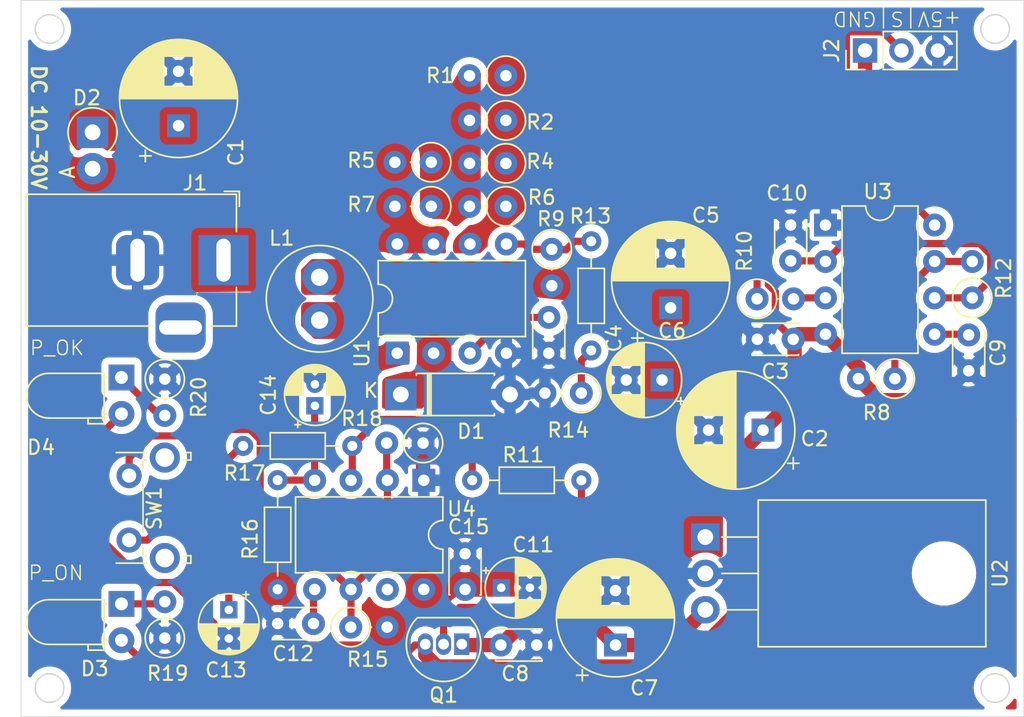
<source format=kicad_pcb>
(kicad_pcb (version 20240108) (generator "pcbnew") (generator_version "8.0")
  (layers (0 "F.Cu" signal) (31 "B.Cu" signal) (34 "B.Paste" user) (35 "F.Paste" user) (36 "B.SilkS" user "B.Silkscreen") (37 "F.SilkS" user "F.Silkscreen") (38 "B.Mask" user) (39 "F.Mask" user) (44 "Edge.Cuts" user))
  (net 0 "")
  (net 1 "Net-(D2-K)")
  (net 2 "GND")
  (net 3 "+5V")
  (net 4 "Net-(U1-TC)")
  (net 5 "+8V")
  (net 6 "Net-(U3-CV)")
  (net 7 "Net-(U3-THR)")
  (net 8 "Net-(U4-CV)")
  (net 9 "Net-(C13-Pad1)")
  (net 10 "Net-(U4-R)")
  (net 11 "Net-(D1-K)")
  (net 12 "+Vin")
  (net 13 "Net-(D3-K)")
  (net 14 "Net-(D4-K)")
  (net 16 "Net-(Q1-B)")
  (net 17 "Net-(R1-Pad2)")
  (net 18 "Net-(U1-DC)")
  (net 19 "Net-(U3-DIS)")
  (net 20 "Net-(U1-Vfb)")
  (net 21 "Net-(U3-Q)")
  (net 22 "Net-(U4-Q)")
  (net 23 "Net-(R13-Pad2)")
  (net 24 "Net-(U4-THR)")
  (net 26 "gen")
  (net 27 "Net-(Q1-C)")
  (footprint "Resistor_THT:R_Axial_DIN0204_L3.6mm_D1.6mm_P7.62mm_Horizontal" (layer "F.Cu") (at 72.62 69 180)
    (property "Reference" "R11" (at 4.06 1.775 0) (layer "F.SilkS"))
    (property "Value" "1k")
    (pad "1" thru_hole circle (at 0 0 180) (size 1.4 1.4) (drill 0.7) (layers "*.Cu" "*.Mask") (net 16 "Net-(Q1-B)"))
    (pad "2" thru_hole oval (at 7.62 0 180) (size 1.4 1.4) (drill 0.7) (layers "*.Cu" "*.Mask") (net 22 "Net-(U4-Q)"))
  )
  (footprint "Package_TO_SOT_THT:TO-220-3_Horizontal_TabDown" (layer "F.Cu") (at 81.27 72.96 -90)
    (property "Reference" "U2" (at 2.54 -20.58 -90) (layer "F.SilkS"))
    (property "Value" "LM7805_TO220")
    (pad "" np_thru_hole oval (at 2.54 -16.66 270) (size 3.5 3.5) (drill 3.5) (layers "*.Cu" "*.Mask"))
    (pad "1" thru_hole rect (at 0 0 270) (size 1.905 2) (drill 1.1) (layers "*.Cu" "*.Mask") (net 5 "+8V"))
    (pad "2" thru_hole oval (at 2.54 0 270) (size 1.905 2) (drill 1.1) (layers "*.Cu" "*.Mask") (net 2 "GND"))
    (pad "3" thru_hole oval (at 5.08 0 270) (size 1.905 2) (drill 1.1) (layers "*.Cu" "*.Mask") (net 27 "Net-(Q1-C)"))
  )
  (footprint "Resistor_THT:R_Axial_DIN0207_L6.3mm_D2.5mm_P2.54mm_Vertical" (layer "F.Cu") (at 62.14 46.8 180)
    (property "Reference" "R5" (at 4.89 0.1275 0) (layer "F.SilkS"))
    (property "Value" "1R")
    (pad "1" thru_hole circle (at 0 0 180) (size 1.6 1.6) (drill 0.8) (layers "*.Cu" "*.Mask") (net 17 "Net-(R1-Pad2)"))
    (pad "2" thru_hole oval (at 2.54 0 180) (size 1.6 1.6) (drill 0.8) (layers "*.Cu" "*.Mask") (net 18 "Net-(U1-DC)"))
  )
  (footprint "Capacitor_THT:CP_Radial_D8.0mm_P3.80mm" (layer "F.Cu") (at 78.85 56.96 90)
    (property "Reference" "C5" (at 6.46 2.45 180) (layer "F.SilkS"))
    (property "Value" "100uF")
    (pad "1" thru_hole rect (at 0 0 90) (size 1.6 1.6) (drill 0.8) (layers "*.Cu" "*.Mask") (net 5 "+8V"))
    (pad "2" thru_hole circle (at 3.8 0 90) (size 1.6 1.6) (drill 0.8) (layers "*.Cu" "*.Mask") (net 2 "GND"))
  )
  (footprint "Resistor_THT:R_Axial_DIN0207_L6.3mm_D2.5mm_P2.54mm_Vertical" (layer "F.Cu") (at 67.35 43.8775 180)
    (property "Reference" "R2" (at -2.4 -0.1225 0) (layer "F.SilkS"))
    (property "Value" "1R")
    (pad "1" thru_hole circle (at 0 0 180) (size 1.6 1.6) (drill 0.8) (layers "*.Cu" "*.Mask") (net 1 "Net-(D2-K)"))
    (pad "2" thru_hole oval (at 2.54 0 180) (size 1.6 1.6) (drill 0.8) (layers "*.Cu" "*.Mask") (net 17 "Net-(R1-Pad2)"))
  )
  (footprint "Capacitor_THT:C_Disc_D3.0mm_W2.0mm_P2.50mm" (layer "F.Cu") (at 87.23 53.685 90)
    (property "Reference" "C10" (at 4.73 -0.255 180) (layer "F.SilkS"))
    (property "Value" "614p")
    (pad "1" thru_hole circle (at 0 0 90) (size 1.6 1.6) (drill 0.8) (layers "*.Cu" "*.Mask") (net 7 "Net-(U3-THR)"))
    (pad "2" thru_hole circle (at 2.5 0 90) (size 1.6 1.6) (drill 0.8) (layers "*.Cu" "*.Mask") (net 2 "GND"))
  )
  (footprint "Resistor_THT:R_Axial_DIN0207_L6.3mm_D2.5mm_P2.54mm_Vertical" (layer "F.Cu") (at 99.905 56.265 90)
    (property "Reference" "R12" (at 1.365 2.195 90) (layer "F.SilkS"))
    (property "Value" "100k")
    (pad "1" thru_hole circle (at 0 0 90) (size 1.6 1.6) (drill 0.8) (layers "*.Cu" "*.Mask") (net 7 "Net-(U3-THR)"))
    (pad "2" thru_hole oval (at 2.54 0 90) (size 1.6 1.6) (drill 0.8) (layers "*.Cu" "*.Mask") (net 19 "Net-(U3-DIS)"))
  )
  (footprint "Inductor_THT:L_Radial_D7.2mm_P3.00mm_Murata_1700" (layer "F.Cu") (at 54.345 57.8275 90)
    (property "Reference" "L1" (at 5.7275 -2.645 0) (layer "F.SilkS"))
    (property "Value" "660uH")
    (pad "1" thru_hole circle (at 0 0 90) (size 2.4 2.4) (drill 1.2) (layers "*.Cu" "*.Mask") (net 11 "Net-(D1-K)"))
    (pad "2" thru_hole circle (at 3 0 90) (size 2.4 2.4) (drill 1.2) (layers "*.Cu" "*.Mask") (net 5 "+8V"))
  )
  (footprint "Diode_THT:D_DO-41_SOD81_P7.62mm_Horizontal" (layer "F.Cu") (at 60.015 63.01)
    (property "Reference" "D1" (at 4.91 2.575 0) (layer "F.SilkS"))
    (property "Value" "1N5819")
    (fp_text user "K" (at -2.09 -0.275 0) (layer "F.SilkS"))
    (pad "1" thru_hole rect (at 0 0) (size 2.2 2.2) (drill 1.1) (layers "*.Cu" "*.Mask") (net 11 "Net-(D1-K)"))
    (pad "2" thru_hole oval (at 7.62 0) (size 2.2 2.2) (drill 1.1) (layers "*.Cu" "*.Mask") (net 2 "GND"))
  )
  (footprint "Capacitor_THT:CP_Radial_D5.0mm_P2.50mm" (layer "F.Cu") (at 78.25 62 180)
    (property "Reference" "C6" (at -0.7 3.44 0) (layer "F.SilkS"))
    (property "Value" "0.47uF")
    (pad "1" thru_hole rect (at 0 0 180) (size 1.6 1.6) (drill 0.8) (layers "*.Cu" "*.Mask") (net 5 "+8V"))
    (pad "2" thru_hole circle (at 2.5 0 180) (size 1.6 1.6) (drill 0.8) (layers "*.Cu" "*.Mask") (net 2 "GND"))
  )
  (footprint "Capacitor_THT:CP_Radial_D4.0mm_P2.00mm" (layer "F.Cu") (at 48.012336 78.04206 -90)
    (property "Reference" "C13" (at 4.2 0.2 180) (layer "F.SilkS"))
    (property "Value" "0.1uF")
    (pad "1" thru_hole rect (at 0 0 270) (size 1.2 1.2) (drill 0.6) (layers "*.Cu" "*.Mask") (net 9 "Net-(C13-Pad1)"))
    (pad "2" thru_hole circle (at 2 0 270) (size 1.2 1.2) (drill 0.6) (layers "*.Cu" "*.Mask") (net 2 "GND"))
  )
  (footprint "Package_TO_SOT_THT:TO-92_Inline" (layer "F.Cu") (at 64.27 80.44 180)
    (property "Reference" "Q1" (at 1.27 -3.56 0) (layer "F.SilkS"))
    (property "Value" "BC337")
    (pad "1" thru_hole rect (at 0 0 180) (size 1.05 1.5) (drill 0.75) (layers "*.Cu" "*.Mask") (net 27 "Net-(Q1-C)"))
    (pad "2" thru_hole oval (at 1.27 0 180) (size 1.05 1.5) (drill 0.75) (layers "*.Cu" "*.Mask") (net 16 "Net-(Q1-B)"))
    (pad "3" thru_hole oval (at 2.54 0 180) (size 1.05 1.5) (drill 0.75) (layers "*.Cu" "*.Mask") (net 3 "+5V"))
  )
  (footprint "Capacitor_THT:C_Disc_D3.0mm_W2.0mm_P2.50mm" (layer "F.Cu") (at 64.5 76.62 90)
    (property "Reference" "C15" (at 4.37 0.25 180) (layer "F.SilkS"))
    (property "Value" "0.1uF")
    (pad "1" thru_hole circle (at 0 0 90) (size 1.6 1.6) (drill 0.8) (layers "*.Cu" "*.Mask") (net 5 "+8V"))
    (pad "2" thru_hole circle (at 2.5 0 90) (size 1.6 1.6) (drill 0.8) (layers "*.Cu" "*.Mask") (net 2 "GND"))
  )
  (footprint "Resistor_THT:R_Axial_DIN0207_L6.3mm_D2.5mm_P2.54mm_Vertical" (layer "F.Cu") (at 67.35 49.8775 180)
    (property "Reference" "R6" (at -2.5 0.6275 0) (layer "F.SilkS"))
    (property "Value" "1R")
    (pad "1" thru_hole circle (at 0 0 180) (size 1.6 1.6) (drill 0.8) (layers "*.Cu" "*.Mask") (net 1 "Net-(D2-K)"))
    (pad "2" thru_hole oval (at 2.54 0 180) (size 1.6 1.6) (drill 0.8) (layers "*.Cu" "*.Mask") (net 17 "Net-(R1-Pad2)"))
  )
  (footprint "Button_Switch_THT:SW_Tactile_SPST_Angled_PTS645Vx83-2LFS" (layer "F.Cu") (at 41.052336 73.174659 90)
    (property "Reference" "SW1" (at 2.224659 1.747664 -90) (layer "F.SilkS"))
    (property "Value" "SW_Push")
    (pad "" thru_hole circle (at -1.25 2.49 90) (size 2.1 2.1) (drill 1.3) (layers "*.Cu" "*.Mask"))
    (pad "" thru_hole circle (at 5.76 2.49 90) (size 2.1 2.1) (drill 1.3) (layers "*.Cu" "*.Mask"))
    (pad "1" thru_hole circle (at 0 0 90) (size 1.75 1.75) (drill 0.99) (layers "*.Cu" "*.Mask") (net 9 "Net-(C13-Pad1)"))
    (pad "2" thru_hole circle (at 4.5 0 90) (size 1.75 1.75) (drill 0.99) (layers "*.Cu" "*.Mask") (net 24 "Net-(U4-THR)"))
  )
  (footprint "Package_DIP:DIP-8_W7.62mm" (layer "F.Cu") (at 61.62 69 -90)
    (property "Reference" "U4" (at 2 -2.63 0) (layer "F.SilkS"))
    (property "Value" "NE555P")
    (pad "1" thru_hole rect (at 0 0 270) (size 1.6 1.6) (drill 0.8) (layers "*.Cu" "*.Mask") (net 2 "GND"))
    (pad "2" thru_hole oval (at 0 2.54 270) (size 1.6 1.6) (drill 0.8) (layers "*.Cu" "*.Mask") (net 24 "Net-(U4-THR)"))
    (pad "3" thru_hole oval (at 0 5.08 270) (size 1.6 1.6) (drill 0.8) (layers "*.Cu" "*.Mask") (net 22 "Net-(U4-Q)"))
    (pad "4" thru_hole oval (at 0 7.62 270) (size 1.6 1.6) (drill 0.8) (layers "*.Cu" "*.Mask") (net 10 "Net-(U4-R)"))
    (pad "5" thru_hole oval (at 7.62 7.62 270) (size 1.6 1.6) (drill 0.8) (layers "*.Cu" "*.Mask") (net 8 "Net-(U4-CV)"))
    (pad "6" thru_hole oval (at 7.62 5.08 270) (size 1.6 1.6) (drill 0.8) (layers "*.Cu" "*.Mask") (net 24 "Net-(U4-THR)"))
    (pad "7" thru_hole oval (at 7.62 2.54 270) (size 1.6 1.6) (drill 0.8) (layers "*.Cu" "*.Mask"))
    (pad "8" thru_hole oval (at 7.62 0 270) (size 1.6 1.6) (drill 0.8) (layers "*.Cu" "*.Mask") (net 5 "+8V"))
  )
  (footprint "Capacitor_THT:C_Disc_D3.0mm_W2.0mm_P2.50mm" (layer "F.Cu") (at 70.345 57.6275 -90)
    (property "Reference" "C4" (at 1.4725 -4.555 -90) (layer "F.SilkS"))
    (property "Value" "22n")
    (pad "1" thru_hole circle (at 0 0 270) (size 1.6 1.6) (drill 0.8) (layers "*.Cu" "*.Mask") (net 4 "Net-(U1-TC)"))
    (pad "2" thru_hole circle (at 2.5 0 270) (size 1.6 1.6) (drill 0.8) (layers "*.Cu" "*.Mask") (net 2 "GND"))
  )
  (footprint "Resistor_THT:R_Axial_DIN0207_L6.3mm_D2.5mm_P2.54mm_Vertical" (layer "F.Cu") (at 94.5 61.905 180)
    (property "Reference" "R8" (at 1.27 -2.37 0) (layer "F.SilkS"))
    (property "Value" "10k")
    (pad "1" thru_hole circle (at 0 0 180) (size 1.6 1.6) (drill 0.8) (layers "*.Cu" "*.Mask") (net 19 "Net-(U3-DIS)"))
    (pad "2" thru_hole oval (at 2.54 0 180) (size 1.6 1.6) (drill 0.8) (layers "*.Cu" "*.Mask") (net 3 "+5V"))
  )
  (footprint "LED_THT:LED_D3.0mm_Horizontal_O1.27mm_Z2.0mm_Clear" (layer "F.Cu") (at 40.517336 61.824659 -90)
    (property "Reference" "D4" (at 4.875341 5.617336 180) (layer "F.SilkS"))
    (property "Value" "RED")
    (pad "1" thru_hole rect (at 0 0 270) (size 1.8 1.8) (drill 0.9) (layers "*.Cu" "*.Mask") (net 14 "Net-(D4-K)"))
    (pad "2" thru_hole circle (at 2.54 0 270) (size 1.8 1.8) (drill 0.9) (layers "*.Cu" "*.Mask") (net 5 "+8V"))
  )
  (footprint "Capacitor_THT:CP_Radial_D4.0mm_P2.00mm" (layer "F.Cu") (at 67.027401 76.5)
    (property "Reference" "C11" (at 2.222599 -3 180) (layer "F.SilkS"))
    (property "Value" "10uF")
    (pad "1" thru_hole rect (at 0 0) (size 1.2 1.2) (drill 0.6) (layers "*.Cu" "*.Mask") (net 5 "+8V"))
    (pad "2" thru_hole circle (at 2 0) (size 1.2 1.2) (drill 0.6) (layers "*.Cu" "*.Mask") (net 2 "GND"))
  )
  (footprint "Resistor_THT:R_Axial_DIN0207_L6.3mm_D2.5mm_P2.54mm_Vertical" (layer "F.Cu") (at 61.57 66.4 180)
    (property "Reference" "R18" (at 4.27 1.715 180) (layer "F.SilkS"))
    (property "Value" "100k")
    (pad "1" thru_hole circle (at 0 0 180) (size 1.6 1.6) (drill 0.8) (layers "*.Cu" "*.Mask") (net 2 "GND"))
    (pad "2" thru_hole oval (at 2.54 0 180) (size 1.6 1.6) (drill 0.8) (layers "*.Cu" "*.Mask") (net 24 "Net-(U4-THR)"))
  )
  (footprint "Package_DIP:DIP-8_W7.62mm" (layer "F.Cu") (at 89.655 51.185)
    (property "Reference" "U3" (at 3.645 -2.33 0) (layer "F.SilkS"))
    (property "Value" "NE555P")
    (pad "1" thru_hole rect (at 0 0) (size 1.6 1.6) (drill 0.8) (layers "*.Cu" "*.Mask") (net 2 "GND"))
    (pad "2" thru_hole oval (at 0 2.54) (size 1.6 1.6) (drill 0.8) (layers "*.Cu" "*.Mask") (net 7 "Net-(U3-THR)"))
    (pad "3" thru_hole oval (at 0 5.08) (size 1.6 1.6) (drill 0.8) (layers "*.Cu" "*.Mask") (net 21 "Net-(U3-Q)"))
    (pad "4" thru_hole oval (at 0 7.62) (size 1.6 1.6) (drill 0.8) (layers "*.Cu" "*.Mask") (net 3 "+5V"))
    (pad "5" thru_hole oval (at 7.62 7.62) (size 1.6 1.6) (drill 0.8) (layers "*.Cu" "*.Mask") (net 6 "Net-(U3-CV)"))
    (pad "6" thru_hole oval (at 7.62 5.08) (size 1.6 1.6) (drill 0.8) (layers "*.Cu" "*.Mask") (net 7 "Net-(U3-THR)"))
    (pad "7" thru_hole oval (at 7.62 2.54) (size 1.6 1.6) (drill 0.8) (layers "*.Cu" "*.Mask") (net 19 "Net-(U3-DIS)"))
    (pad "8" thru_hole oval (at 7.62 0) (size 1.6 1.6) (drill 0.8) (layers "*.Cu" "*.Mask") (net 3 "+5V"))
  )
  (footprint "Capacitor_THT:C_Disc_D3.0mm_W2.0mm_P2.50mm" (layer "F.Cu") (at 87.405 59.155 180)
    (property "Reference" "C3" (at 1.25 -2.25 0) (layer "F.SilkS"))
    (property "Value" "0.1uF")
    (pad "1" thru_hole circle (at 0 0 180) (size 1.6 1.6) (drill 0.8) (layers "*.Cu" "*.Mask") (net 3 "+5V"))
    (pad "2" thru_hole circle (at 2.5 0 180) (size 1.6 1.6) (drill 0.8) (layers "*.Cu" "*.Mask") (net 2 "GND"))
  )
  (footprint "Capacitor_THT:CP_Radial_D8.0mm_P3.80mm" (layer "F.Cu") (at 85.3 65.5 180)
    (property "Reference" "C2" (at -3.6 -0.6 0) (layer "F.SilkS"))
    (property "Value" "100uF")
    (pad "1" thru_hole rect (at 0 0 180) (size 1.6 1.6) (drill 0.8) (layers "*.Cu" "*.Mask") (net 3 "+5V"))
    (pad "2" thru_hole circle (at 3.8 0 180) (size 1.6 1.6) (drill 0.8) (layers "*.Cu" "*.Mask") (net 2 "GND"))
  )
  (footprint "Capacitor_THT:C_Disc_D3.0mm_W2.0mm_P2.50mm" (layer "F.Cu") (at 99.655 58.855 -90)
    (property "Reference" "C9" (at 1.245 -2.045 90) (layer "F.SilkS"))
    (property "Value" "0.1uF")
    (pad "1" thru_hole circle (at 0 0 270) (size 1.6 1.6) (drill 0.8) (layers "*.Cu" "*.Mask") (net 6 "Net-(U3-CV)"))
    (pad "2" thru_hole circle (at 2.5 0 270) (size 1.6 1.6) (drill 0.8) (layers "*.Cu" "*.Mask") (net 2 "GND"))
  )
  (footprint "Resistor_THT:R_Axial_DIN0207_L6.3mm_D2.5mm_P2.54mm_Vertical" (layer "F.Cu") (at 70.555 52.8775 -90)
    (property "Reference" "R9" (at -2.1175 0.055 0) (layer "F.SilkS"))
    (property "Value" "330k")
    (pad "1" thru_hole circle (at 0 0 270) (size 1.6 1.6) (drill 0.8) (layers "*.Cu" "*.Mask") (net 20 "Net-(U1-Vfb)"))
    (pad "2" thru_hole oval (at 2.54 0 270) (size 1.6 1.6) (drill 0.8) (layers "*.Cu" "*.Mask") (net 5 "+8V"))
  )
  (footprint "Resistor_THT:R_Axial_DIN0207_L6.3mm_D2.5mm_P2.54mm_Vertical" (layer "F.Cu") (at 84.885 56.335)
    (property "Reference" "R10" (at -0.885 -3.335 90) (layer "F.SilkS"))
    (property "Value" "1k")
    (pad "1" thru_hole circle (at 0 0) (size 1.6 1.6) (drill 0.8) (layers "*.Cu" "*.Mask") (net 26 "gen"))
    (pad "2" thru_hole oval (at 2.54 0) (size 1.6 1.6) (drill 0.8) (layers "*.Cu" "*.Mask") (net 21 "Net-(U3-Q)"))
  )
  (footprint "Capacitor_THT:C_Disc_D3.0mm_W2.0mm_P2.50mm" (layer "F.Cu") (at 53.92 79 180)
    (property "Reference" "C12" (at 1.42 -2.1 0) (layer "F.SilkS"))
    (property "Value" "0.1uF")
    (pad "1" thru_hole circle (at 0 0 180) (size 1.6 1.6) (drill 0.8) (layers "*.Cu" "*.Mask") (net 8 "Net-(U4-CV)"))
    (pad "2" thru_hole circle (at 2.5 0 180) (size 1.6 1.6) (drill 0.8) (layers "*.Cu" "*.Mask") (net 2 "GND"))
  )
  (footprint "Resistor_THT:R_Axial_DIN0207_L6.3mm_D2.5mm_P2.54mm_Vertical" (layer "F.Cu") (at 62.14 49.8775 180)
    (property "Reference" "R7" (at 4.89 0.1275 0) (layer "F.SilkS"))
    (property "Value" "1R")
    (pad "1" thru_hole circle (at 0 0 180) (size 1.6 1.6) (drill 0.8) (layers "*.Cu" "*.Mask") (net 17 "Net-(R1-Pad2)"))
    (pad "2" thru_hole oval (at 2.54 0 180) (size 1.6 1.6) (drill 0.8) (layers "*.Cu" "*.Mask") (net 18 "Net-(U1-DC)"))
  )
  (footprint "Resistor_THT:R_Axial_DIN0207_L6.3mm_D2.5mm_P2.54mm_Vertical" (layer "F.Cu") (at 43.542336 61.934659 -90)
    (property "Reference" "R20" (at 1.27 -2.37 90) (layer "F.SilkS"))
    (property "Value" "1k")
    (pad "1" thru_hole circle (at 0 0 270) (size 1.6 1.6) (drill 0.8) (layers "*.Cu" "*.Mask") (net 2 "GND"))
    (pad "2" thru_hole oval (at 2.54 0 270) (size 1.6 1.6) (drill 0.8) (layers "*.Cu" "*.Mask") (net 14 "Net-(D4-K)"))
  )
  (footprint "Capacitor_THT:CP_Radial_D8.0mm_P3.80mm" (layer "F.Cu") (at 75 80.5 90)
    (property "Reference" "C7" (at -3 2 0) (layer "F.SilkS"))
    (property "Value" "220uF")
    (pad "1" thru_hole rect (at 0 0 90) (size 1.6 1.6) (drill 0.8) (layers "*.Cu" "*.Mask") (net 27 "Net-(Q1-C)"))
    (pad "2" thru_hole circle (at 3.8 0 90) (size 1.6 1.6) (drill 0.8) (layers "*.Cu" "*.Mask") (net 2 "GND"))
  )
  (footprint "Resistor_THT:R_Axial_DIN0207_L6.3mm_D2.5mm_P2.54mm_Vertical" (layer "F.Cu") (at 67.35 46.8775 180)
    (property "Reference" "R4" (at -2.4 0.1275 0) (layer "F.SilkS"))
    (property "Value" "1R")
    (pad "1" thru_hole circle (at 0 0 180) (size 1.6 1.6) (drill 0.8) (layers "*.Cu" "*.Mask") (net 1 "Net-(D2-K)"))
    (pad "2" thru_hole oval (at 2.54 0 180) (size 1.6 1.6) (drill 0.8) (layers "*.Cu" "*.Mask") (net 17 "Net-(R1-Pad2)"))
  )
  (footprint "LED_THT:LED_D3.0mm_Horizontal_O1.27mm_Z2.0mm_Clear" (layer "F.Cu") (at 40.517336 77.624659 -90)
    (property "Reference" "D3" (at 4.525341 1.867336 0) (layer "F.SilkS"))
    (property "Value" "GREEN")
    (pad "1" thru_hole rect (at 0 0 270) (size 1.8 1.8) (drill 0.9) (layers "*.Cu" "*.Mask") (net 13 "Net-(D3-K)"))
    (pad "2" thru_hole circle (at 2.54 0 270) (size 1.8 1.8) (drill 0.9) (layers "*.Cu" "*.Mask") (net 3 "+5V"))
  )
  (footprint "Resistor_THT:R_Axial_DIN0204_L3.6mm_D1.6mm_P7.62mm_Horizontal" (layer "F.Cu") (at 49.01 66.6)
    (property "Reference" "R17" (at 0.09 1.9 0) (layer "F.SilkS"))
    (property "Value" "200k")
    (pad "1" thru_hole circle (at 0 0) (size 1.4 1.4) (drill 0.7) (layers "*.Cu" "*.Mask") (net 9 "Net-(C13-Pad1)"))
    (pad "2" thru_hole oval (at 7.62 0) (size 1.4 1.4) (drill 0.7) (layers "*.Cu" "*.Mask") (net 22 "Net-(U4-Q)"))
  )
  (footprint "Resistor_THT:R_Axial_DIN0207_L6.3mm_D2.5mm_P2.54mm_Vertical" (layer "F.Cu") (at 72.615 62.91 180)
    (property "Reference" "R14" (at 0.915 -2.59 0) (layer "F.SilkS"))
    (property "Value" "10k")
    (pad "1" thru_hole circle (at 0 0 180) (size 1.6 1.6) (drill 0.8) (layers "*.Cu" "*.Mask") (net 23 "Net-(R13-Pad2)"))
    (pad "2" thru_hole oval (at 2.54 0 180) (size 1.6 1.6) (drill 0.8) (layers "*.Cu" "*.Mask") (net 2 "GND"))
  )
  (footprint "Capacitor_THT:CP_Radial_D4.0mm_P1.50mm" (layer "F.Cu") (at 54.02 63.8 90)
    (property "Reference" "C14" (at 0.75 -3.25 90) (layer "F.SilkS"))
    (property "Value" "1uF")
    (pad "1" thru_hole rect (at 0 0 90) (size 1.2 1.2) (drill 0.6) (layers "*.Cu" "*.Mask") (net 10 "Net-(U4-R)"))
    (pad "2" thru_hole circle (at 1.5 0 90) (size 1.2 1.2) (drill 0.6) (layers "*.Cu" "*.Mask") (net 2 "GND"))
  )
  (footprint "Connector_BarrelJack:BarrelJack_Horizontal" (layer "F.Cu") (at 47.642336 53.634659)
    (property "Reference" "J1" (at -1.992336 -5.384659 0) (layer "F.SilkS"))
    (property "Value" "DC_IN")
    (pad "1" thru_hole rect (at 0 0) (size 3.5 3.5) (drill oval 1 3) (layers "*.Cu" "*.Mask") (net 12 "+Vin"))
    (pad "2" thru_hole roundrect (at -6 0) (size 3 3.5) (drill oval 1 3) (layers "*.Cu" "*.Mask") (net 2 "GND"))
    (pad "3" thru_hole roundrect (at -3 4.7) (size 3.5 3.5) (drill oval 3 1) (layers "*.Cu" "*.Mask"))
  )
  (footprint "Resistor_THT:R_Axial_DIN0207_L6.3mm_D2.5mm_P2.54mm_Vertical" (layer "F.Cu") (at 67.35 40.76 180)
    (property "Reference" "R1" (at 4.6 0.01 0) (layer "F.SilkS"))
    (property "Value" "1R")
    (pad "1" thru_hole circle (at 0 0 180) (size 1.6 1.6) (drill 0.8) (layers "*.Cu" "*.Mask") (net 1 "Net-(D2-K)"))
    (pad "2" thru_hole oval (at 2.54 0 180) (size 1.6 1.6) (drill 0.8) (layers "*.Cu" "*.Mask") (net 17 "Net-(R1-Pad2)"))
  )
  (footprint "Capacitor_THT:CP_Radial_D8.0mm_P3.80mm" (layer "F.Cu") (at 44.5 44.25 90)
    (property "Reference" "C1" (at -1.857349 4 90) (layer "F.SilkS"))
    (property "Value" "100uF")
    (pad "1" thru_hole rect (at 0 0 90) (size 1.6 1.6) (drill 0.8) (layers "*.Cu" "*.Mask") (net 1 "Net-(D2-K)"))
    (pad "2" thru_hole circle (at 3.8 0 90) (size 1.6 1.6) (drill 0.8) (layers "*.Cu" "*.Mask") (net 2 "GND"))
  )
  (footprint "Diode_THT:D_DO-41_SOD81_P2.54mm_Vertical_AnodeUp" (layer "F.Cu") (at 38.5 44.71 -90)
    (property "Reference" "D2" (at -2.41 0.4 180) (layer "F.SilkS"))
    (property "Value" "1N5819")
    (fp_text user "A" (at 2.79 1.75 90) (layer "F.SilkS"))
    (pad "1" thru_hole rect (at 0 0 270) (size 2.2 2.2) (drill 1.1) (layers "*.Cu" "*.Mask") (net 1 "Net-(D2-K)"))
    (pad "2" thru_hole oval (at 2.54 0 270) (size 2.2 2.2) (drill 1.1) (layers "*.Cu" "*.Mask") (net 12 "+Vin"))
  )
  (footprint "Connector_PinHeader_2.54mm:PinHeader_1x03_P2.54mm_Vertical" (layer "F.Cu") (at 92.42 39 90)
    (property "Reference" "J2" (at 0 -2.33 90) (layer "F.SilkS"))
    (property "Value" "Conn_01x03_Pin")
    (pad "1" thru_hole rect (at 0 0 90) (size 1.7 1.7) (drill 1) (layers "*.Cu" "*.Mask") (net 3 "+5V"))
    (pad "2" thru_hole oval (at 0 2.54 90) (size 1.7 1.7) (drill 1) (layers "*.Cu" "*.Mask") (net 26 "gen"))
    (pad "3" thru_hole oval (at 0 5.08 90) (size 1.7 1.7) (drill 1) (layers "*.Cu" "*.Mask") (net 2 "GND"))
  )
  (footprint "Capacitor_THT:C_Disc_D3.0mm_W2.0mm_P2.50mm" (layer "F.Cu") (at 67 80.5)
    (property "Reference" "C8" (at 1 2 0) (layer "F.SilkS"))
    (property "Value" "0.1uF")
    (pad "1" thru_hole circle (at 0 0) (size 1.6 1.6) (drill 0.8) (layers "*.Cu" "*.Mask") (net 27 "Net-(Q1-C)"))
    (pad "2" thru_hole circle (at 2.5 0) (size 1.6 1.6) (drill 0.8) (layers "*.Cu" "*.Mask") (net 2 "GND"))
  )
  (footprint "Resistor_THT:R_Axial_DIN0207_L6.3mm_D2.5mm_P2.54mm_Vertical" (layer "F.Cu") (at 56.52 79.25)
    (property "Reference" "R15" (at 1.18 2.25 0) (layer "F.SilkS"))
    (property "Value" "100k")
    (pad "1" thru_hole circle (at 0 0) (size 1.6 1.6) (drill 0.8) (layers "*.Cu" "*.Mask") (net 24 "Net-(U4-THR)"))
    (pad "2" thru_hole oval (at 2.54 0) (size 1.6 1.6) (drill 0.8) (layers "*.Cu" "*.Mask") (net 5 "+8V"))
  )
  (footprint "Package_DIP:DIP-8_W7.62mm" (layer "F.Cu") (at 59.765 60.1275 90)
    (property "Reference" "U1" (at 0 -2.46 90) (layer "F.SilkS"))
    (property "Value" "MC34063AP")
    (pad "1" thru_hole rect (at 0 0 90) (size 1.6 1.6) (drill 0.8) (layers "*.Cu" "*.Mask") (net 18 "Net-(U1-DC)"))
    (pad "2" thru_hole oval (at 0 2.54 90) (size 1.6 1.6) (drill 0.8) (layers "*.Cu" "*.Mask") (net 11 "Net-(D1-K)"))
    (pad "3" thru_hole oval (at 0 5.08 90) (size 1.6 1.6) (drill 0.8) (layers "*.Cu" "*.Mask") (net 4 "Net-(U1-TC)"))
    (pad "4" thru_hole oval (at 0 7.62 90) (size 1.6 1.6) (drill 0.8) (layers "*.Cu" "*.Mask") (net 2 "GND"))
    (pad "5" thru_hole oval (at 7.62 7.62 90) (size 1.6 1.6) (drill 0.8) (layers "*.Cu" "*.Mask") (net 20 "Net-(U1-Vfb)"))
    (pad "6" thru_hole oval (at 7.62 5.08 90) (size 1.6 1.6) (drill 0.8) (layers "*.Cu" "*.Mask") (net 1 "Net-(D2-K)"))
    (pad "7" thru_hole oval (at 7.62 2.54 90) (size 1.6 1.6) (drill 0.8) (layers "*.Cu" "*.Mask") (net 18 "Net-(U1-DC)"))
    (pad "8" thru_hole oval (at 7.62 0 90) (size 1.6 1.6) (drill 0.8) (layers "*.Cu" "*.Mask") (net 18 "Net-(U1-DC)"))
  )
  (footprint "Resistor_THT:R_Axial_DIN0207_L6.3mm_D2.5mm_P2.54mm_Vertical" (layer "F.Cu") (at 43.542336 80.014659 90)
    (property "Reference" "R19" (at -2.46 0.2 0) (layer "F.SilkS"))
    (property "Value" "330R")
    (pad "1" thru_hole circle (at 0 0 90) (size 1.6 1.6) (drill 0.8) (layers "*.Cu" "*.Mask") (net 2 "GND"))
    (pad "2" thru_hole oval (at 2.54 0 90) (size 1.6 1.6) (drill 0.8) (layers "*.Cu" "*.Mask") (net 13 "Net-(D3-K)"))
  )
  (footprint "Resistor_THT:R_Axial_DIN0204_L3.6mm_D1.6mm_P7.62mm_Horizontal" (layer "F.Cu") (at 73.305 52.3175 -90)
    (property "Reference" "R13" (at -1.7575 0.055 0) (layer "F.SilkS"))
    (property "Value" "51k")
    (pad "1" thru_hole circle (at 0 0 270) (size 1.4 1.4) (drill 0.7) (layers "*.Cu" "*.Mask") (net 20 "Net-(U1-Vfb)"))
    (pad "2" thru_hole oval (at 7.62 0 270) (size 1.4 1.4) (drill 0.7) (layers "*.Cu" "*.Mask") (net 23 "Net-(R13-Pad2)"))
  )
  (footprint "Resistor_THT:R_Axial_DIN0204_L3.6mm_D1.6mm_P7.62mm_Horizontal" (layer "F.Cu") (at 51.42 68.99 -90)
    (property "Reference" "R16" (at 4.11 1.92 -90) (layer "F.SilkS"))
    (property "Value" "100k")
    (pad "1" thru_hole circle (at 0 0 270) (size 1.4 1.4) (drill 0.7) (layers "*.Cu" "*.Mask") (net 10 "Net-(U4-R)"))
    (pad "2" thru_hole oval (at 7.62 0 270) (size 1.4 1.4) (drill 0.7) (layers "*.Cu" "*.Mask") (net 5 "+8V"))
  )
  (gr_rect (start 33.5 35.5) (end 103.5 85.5) (stroke (width 0.05)) (fill none) (layer "Edge.Cuts"))
  (gr_circle (center 101.5 83.5) (end 102.5 83.5) (stroke (width 0.1)) (fill none) (layer "Edge.Cuts"))
  (gr_circle (center 35.5 37.5) (end 36.5 37.5) (stroke (width 0.1)) (fill none) (layer "Edge.Cuts"))
  (gr_circle (center 35.5 83.5) (end 36.5 83.5) (stroke (width 0.1)) (fill none) (layer "Edge.Cuts"))
  (gr_circle (center 101.5 37.5) (end 102.5 37.5) (stroke (width 0.1)) (fill none) (layer "Edge.Cuts"))
  (gr_text "DC 10-30V" (at 34.15 39.9 270) (layer "F.SilkS") (effects (font (size 1 1) (thickness 0.2) (bold yes)) (justify left bottom)))
  (gr_text "P_ON" (at 33.95 76.05 0) (layer "F.SilkS") (effects (font (size 1 1) (thickness 0.1)) (justify left bottom)))
  (gr_text "P_OK" (at 34.05 60.35 0) (layer "F.SilkS") (effects (font (size 1 1) (thickness 0.1)) (justify left bottom)))
  (gr_text "+5V|S|GND" (at 99.2 36.2 180) (layer "F.SilkS") (effects (font (size 1 1) (thickness 0.1)) (justify left bottom)))
  (segment (start 64.845 52.3825) (end 67.35 49.8775) (width 1) (layer "F.Cu") (net 1))
  (segment (start 64.845 52.5075) (end 64.845 52.3825) (width 1) (layer "F.Cu") (net 1))
  (segment (start 67.35 43.8775) (end 67.35 40.76) (width 1) (layer "F.Cu") (net 1))
  (segment (start 67.35 49.8775) (end 67.35 43.8775) (width 1) (layer "F.Cu") (net 1))
  (segment (start 61.57 66.4) (end 61.57 68.95) (width 1) (layer "F.Cu") (net 2))
  (segment (start 61.57 68.95) (end 61.62 69) (width 1) (layer "F.Cu") (net 2))
  (segment (start 86.155 55.837233) (end 86.155 57.905) (width 0.5) (layer "F.Cu") (net 3))
  (segment (start 95.8 46.50873) (end 95.8 46.5) (width 1) (layer "F.Cu") (net 3))
  (segment (start 59.25 82.25) (end 61 80.5) (width 0.5) (layer "F.Cu") (net 3))
  (segment (start 95.8 46.5) (end 92.42 43.12) (width 1) (layer "F.Cu") (net 3))
  (segment (start 91.96 61.905) (end 91.96 61.11) (width 1) (layer "F.Cu") (net 3))
  (segment (start 102.135 52.84373) (end 95.8 46.50873) (width 1) (layer "F.Cu") (net 3))
  (segment (start 85.675 55.357233) (end 86.155 55.837233) (width 0.5) (layer "F.Cu") (net 3))
  (segment (start 83.5 78.194488) (end 83.5 67.3) (width 1) (layer "F.Cu") (net 3))
  (segment (start 85.3 65.5) (end 87.5 63.3) (width 1) (layer "F.Cu") (net 3))
  (segment (start 40.517336 80.164659) (end 42.602677 82.25) (width 0.5) (layer "F.Cu") (net 3))
  (segment (start 91.96 61.905) (end 93.46 63.405) (width 1) (layer "F.Cu") (net 3))
  (segment (start 92.42 43.12) (end 92.42 39) (width 1) (layer "F.Cu") (net 3))
  (segment (start 83.5 67.3) (end 85.3 65.5) (width 1) (layer "F.Cu") (net 3))
  (segment (start 86.155 57.905) (end 87.405 59.155) (width 0.5) (layer "F.Cu") (net 3))
  (segment (start 100.095 63.405) (end 102.135 61.365) (width 1) (layer "F.Cu") (net 3))
  (segment (start 91.96 61.11) (end 89.655 58.805) (width 1) (layer "F.Cu") (net 3))
  (segment (start 61.73 80.5) (end 61.73 81.187412) (width 1) (layer "F.Cu") (net 3))
  (segment (start 87.5 63.3) (end 87.5 59.25) (width 1) (layer "F.Cu") (net 3))
  (segment (start 87.755 58.805) (end 87.405 59.155) (width 1) (layer "F.Cu") (net 3))
  (segment (start 89.655 58.805) (end 87.755 58.805) (width 1) (layer "F.Cu") (net 3))
  (segment (start 61 80.5) (end 61.73 80.5) (width 0.5) (layer "F.Cu") (net 3))
  (segment (start 79.694488 82) (end 83.5 78.194488) (width 1) (layer "F.Cu") (net 3))
  (segment (start 86.68995 49.8) (end 85.675 50.81495) (width 0.5) (layer "F.Cu") (net 3))
  (segment (start 62.542588 82) (end 79.694488 82) (width 1) (layer "F.Cu") (net 3))
  (segment (start 42.602677 82.25) (end 59.25 82.25) (width 0.5) (layer "F.Cu") (net 3))
  (segment (start 102.135 61.365) (end 102.135 52.84373) (width 1) (layer "F.Cu") (net 3))
  (segment (start 61.73 81.187412) (end 62.542588 82) (width 1) (layer "F.Cu") (net 3))
  (segment (start 93.46 63.405) (end 100.095 63.405) (width 1) (layer "F.Cu") (net 3))
  (segment (start 95.89 49.8) (end 86.68995 49.8) (width 0.5) (layer "F.Cu") (net 3))
  (segment (start 85.675 50.81495) (end 85.675 55.357233) (width 0.5) (layer "F.Cu") (net 3))
  (segment (start 97.275 51.185) (end 95.89 49.8) (width 0.5) (layer "F.Cu") (net 3))
  (segment (start 87.5 59.25) (end 87.405 59.155) (width 1) (layer "F.Cu") (net 3))
  (segment (start 70.345 57.6275) (end 67.345 57.6275) (width 0.5) (layer "F.Cu") (net 4))
  (segment (start 67.345 57.6275) (end 64.845 60.1275) (width 0.5) (layer "F.Cu") (net 4))
  (segment (start 39.027336 65.854659) (end 39.027336 73.023492) (width 0.5) (layer "F.Cu") (net 5))
  (segment (start 55.0125 54.16) (end 69.2975 54.16) (width 1) (layer "F.Cu") (net 5))
  (segment (start 66.907401 76.62) (end 67.027401 76.5) (width 1) (layer "F.Cu") (net 5))
  (segment (start 46.962336 78.972336) (end 46.962336 80.476985) (width 0.5) (layer "F.Cu") (net 5))
  (segment (start 44.125 76.135) (end 46.962336 78.972336) (width 0.5) (layer "F.Cu") (net 5))
  (segment (start 78.25 62) (end 78.25 59.95) (width 1) (layer "F.Cu") (net 5))
  (segment (start 46.962336 80.476985) (end 47.577411 81.09206) (width 0.5) (layer "F.Cu") (net 5))
  (segment (start 78.9 59.3) (end 78.9 57.230151) (width 1) (layer "F.Cu") (net 5))
  (segment (start 47.577411 81.09206) (end 49.91794 81.09206) (width 0.5) (layer "F.Cu") (net 5))
  (segment (start 61.62 76.62) (end 61.62 76.69) (width 1) (layer "F.Cu") (net 5))
  (segment (start 54.345 54.8275) (end 55.0125 54.16) (width 1) (layer "F.Cu") (net 5))
  (segment (start 49.91794 81.09206) (end 50.65434 80.35566) (width 0.5) (layer "F.Cu") (net 5))
  (segment (start 49.8 78.23) (end 51.42 76.61) (width 1) (layer "F.Cu") (net 5))
  (segment (start 76.5 63.75) (end 78.25 62) (width 1) (layer "F.Cu") (net 5))
  (segment (start 75.080102 63.75) (end 76.5 63.75) (width 1) (layer "F.Cu") (net 5))
  (segment (start 73.165051 65.665051) (end 75.080102 63.75) (width 1) (layer "F.Cu") (net 5))
  (segment (start 78.25 59.95) (end 78.9 59.3) (width 1) (layer "F.Cu") (net 5))
  (segment (start 40.517336 64.364659) (end 39.027336 65.854659) (width 0.5) (layer "F.Cu") (net 5))
  (segment (start 69.2975 54.16) (end 70.015 54.8775) (width 1) (layer "F.Cu") (net 5))
  (segment (start 81.27 72.96) (end 80.46 72.96) (width 1) (layer "F.Cu") (net 5))
  (segment (start 80.46 72.96) (end 73.165051 65.665051) (width 1) (layer "F.Cu") (net 5))
  (segment (start 42.138844 76.135) (end 44.125 76.135) (width 0.5) (layer "F.Cu") (net 5))
  (segment (start 61.62 76.62) (end 66.907401 76.62) (width 1) (layer "F.Cu") (net 5))
  (segment (start 57.56 80.75) (end 51.048679 80.75) (width 1) (layer "F.Cu") (net 5))
  (segment (start 39.027336 73.023492) (end 42.138844 76.135) (width 0.5) (layer "F.Cu") (net 5))
  (segment (start 78.9 57.230151) (end 77.087349 55.4175) (width 1) (layer "F.Cu") (net 5))
  (segment (start 51.048679 80.75) (end 50.65434 80.35566) (width 1) (layer "F.Cu") (net 5))
  (segment (start 67.027401 70.222599) (end 71.584949 65.665051) (width 1) (layer "F.Cu") (net 5))
  (segment (start 71.584949 65.665051) (end 73.165051 65.665051) (width 1) (layer "F.Cu") (net 5))
  (segment (start 67.027401 76.5) (end 67.027401 70.222599) (width 1) (layer "F.Cu") (net 5))
  (segment (start 59.06 79.25) (end 57.56 80.75) (width 1) (layer "F.Cu") (net 5))
  (segment (start 77.087349 55.4175) (end 70.555 55.4175) (width 1) (layer "F.Cu") (net 5))
  (segment (start 50.65434 80.35566) (end 49.8 79.501321) (width 1) (layer "F.Cu") (net 5))
  (segment (start 61.62 76.69) (end 59.06 79.25) (width 1) (layer "F.Cu") (net 5))
  (segment (start 49.8 79.501321) (end 49.8 78.23) (width 1) (layer "F.Cu") (net 5))
  (segment (start 99.605 58.805) (end 99.655 58.855) (width 0.5) (layer "F.Cu") (net 6))
  (segment (start 97.275 58.805) (end 99.605 58.805) (width 0.5) (layer "F.Cu") (net 6))
  (segment (start 100.422767 52.475) (end 101.185 53.237233) (width 0.5) (layer "F.Cu") (net 7))
  (segment (start 89.655 53.725) (end 90.905 52.475) (width 0.5) (layer "F.Cu") (net 7))
  (segment (start 101.185 53.237233) (end 101.185 54.985) (width 0.5) (layer "F.Cu") (net 7))
  (segment (start 101.185 54.985) (end 99.905 56.265) (width 0.5) (layer "F.Cu") (net 7))
  (segment (start 89.615 53.685) (end 89.655 53.725) (width 0.5) (layer "F.Cu") (net 7))
  (segment (start 99.905 56.265) (end 97.275 56.265) (width 0.5) (layer "F.Cu") (net 7))
  (segment (start 90.905 52.475) (end 100.422767 52.475) (width 0.5) (layer "F.Cu") (net 7))
  (segment (start 87.23 53.685) (end 89.615 53.685) (width 0.5) (layer "F.Cu") (net 7))
  (segment (start 53.92 79) (end 53.92 76.7) (width 0.5) (layer "F.Cu") (net 8))
  (segment (start 53.92 76.7) (end 54 76.62) (width 0.5) (layer "F.Cu") (net 8))
  (segment (start 44.55 70.95) (end 48.012336 74.412336) (width 0.5) (layer "F.Cu") (net 9))
  (segment (start 49.01 66.6) (end 48.9 66.6) (width 0.5) (layer "F.Cu") (net 9))
  (segment (start 42.325001 73.174659) (end 43.2 72.29966) (width 0.5) (layer "F.Cu") (net 9))
  (segment (start 43.20034 72.29966) (end 43.2 72.29966) (width 0.5) (layer "F.Cu") (net 9))
  (segment (start 43.4 72.1) (end 44.55 70.95) (width 0.5) (layer "F.Cu") (net 9))
  (segment (start 41.052336 73.174659) (end 42.325001 73.174659) (width 0.5) (layer "F.Cu") (net 9))
  (segment (start 48.9 66.6) (end 43.20034 72.29966) (width 0.5) (layer "F.Cu") (net 9))
  (segment (start 48.012336 74.412336) (end 48.012336 78.04206) (width 0.5) (layer "F.Cu") (net 9))
  (segment (start 53.99 68.99) (end 54 69) (width 0.5) (layer "F.Cu") (net 10))
  (segment (start 54 63.82) (end 54.02 63.8) (width 0.5) (layer "F.Cu") (net 10))
  (segment (start 51.42 68.99) (end 53.99 68.99) (width 0.5) (layer "F.Cu") (net 10))
  (segment (start 54 69) (end 54 63.82) (width 0.5) (layer "F.Cu") (net 10))
  (segment (start 62.305 58.99613) (end 62.305 60.1275) (width 1) (layer "F.Cu") (net 11))
  (segment (start 62.305 60.6675) (end 60.015 62.9575) (width 1) (layer "F.Cu") (net 11))
  (segment (start 54.345 57.8275) (end 61.13637 57.8275) (width 1) (layer "F.Cu") (net 11))
  (segment (start 60.015 62.9575) (end 60.015 63.01) (width 1) (layer "F.Cu") (net 11))
  (segment (start 62.305 60.1275) (end 62.305 60.6675) (width 1) (layer "F.Cu") (net 11))
  (segment (start 61.13637 57.8275) (end 62.305 58.99613) (width 1) (layer "F.Cu") (net 11))
  (segment (start 43.392336 77.624659) (end 43.542336 77.474659) (width 0.5) (layer "F.Cu") (net 13))
  (segment (start 40.517336 77.624659) (end 43.392336 77.624659) (width 0.5) (layer "F.Cu") (net 13))
  (segment (start 40.517336 61.824659) (end 43.167336 64.474659) (width 0.5) (layer "F.Cu") (net 14))
  (segment (start 43.167336 64.474659) (end 43.542336 64.474659) (width 0.5) (layer "F.Cu") (net 14))
  (segment (start 69.142326 77.87) (end 72.62 74.392326) (width 0.5) (layer "F.Cu") (net 16))
  (segment (start 63 80.5) (end 63 79) (width 0.5) (layer "F.Cu") (net 16))
  (segment (start 63 79) (end 64.13 77.87) (width 0.5) (layer "F.Cu") (net 16))
  (segment (start 72.62 74.392326) (end 72.62 69) (width 0.5) (layer "F.Cu") (net 16))
  (segment (start 64.13 77.87) (end 69.142326 77.87) (width 0.5) (layer "F.Cu") (net 16))
  (segment (start 62.14 49.8775) (end 64.81 49.8775) (width 1) (layer "F.Cu") (net 17))
  (segment (start 64.81 43.8775) (end 64.81 40.76) (width 1) (layer "F.Cu") (net 17))
  (segment (start 62.14 46.8775) (end 64.81 46.8775) (width 1) (layer "F.Cu") (net 17))
  (segment (start 62.14 46.5475) (end 62.14 49.8775) (width 1) (layer "F.Cu") (net 17))
  (segment (start 64.81 49.8775) (end 64.81 43.8775) (width 1) (layer "F.Cu") (net 17))
  (segment (start 59.6 49.8775) (end 59.6 46.8) (width 1) (layer "F.Cu") (net 18))
  (segment (start 52.055 58.6275) (end 52.055 53.8775) (width 1) (layer "F.Cu") (net 18))
  (segment (start 62.305 52.5075) (end 59.765 52.5075) (width 1) (layer "F.Cu") (net 18))
  (segment (start 52.055 53.8775) (end 53.425 52.5075) (width 1) (layer "F.Cu") (net 18))
  (segment (start 59.765 52.5075) (end 59.6 52.3425) (width 1) (layer "F.Cu") (net 18))
  (segment (start 53.425 52.5075) (end 62.305 52.5075) (width 1) (layer "F.Cu") (net 18))
  (segment (start 59.6 52.3425) (end 59.6 49.8775) (width 1) (layer "F.Cu") (net 18))
  (segment (start 53.555 60.1275) (end 52.055 58.6275) (width 1) (layer "F.Cu") (net 18))
  (segment (start 59.765 60.1275) (end 53.555 60.1275) (width 1) (layer "F.Cu") (net 18))
  (segment (start 97.275 53.725) (end 94.5 56.5) (width 0.5) (layer "F.Cu") (net 19))
  (segment (start 94.5 56.5) (end 94.5 61.905) (width 0.5) (layer "F.Cu") (net 19))
  (segment (start 99.905 53.725) (end 97.275 53.725) (width 0.5) (layer "F.Cu") (net 19))
  (segment (start 73.305 52.3175) (end 72.1425 52.3175) (width 0.5) (layer "F.Cu") (net 20))
  (segment (start 70.5875 52.91) (end 70.555 52.8775) (width 0.5) (layer "F.Cu") (net 20))
  (segment (start 69.0175 52.8775) (end 70.555 52.8775) (width 0.5) (layer "F.Cu") (net 20))
  (segment (start 68.6475 52.5075) (end 69.0175 52.8775) (width 0.5) (layer "F.Cu") (net 20))
  (segment (start 72.1425 52.3175) (end 71.55 52.91) (width 0.5) (layer "F.Cu") (net 20))
  (segment (start 71.55 52.91) (end 70.5875 52.91) (width 0.5) (layer "F.Cu") (net 20))
  (segment (start 67.385 52.5075) (end 68.6475 52.5075) (width 0.5) (layer "F.Cu") (net 20))
  (segment (start 89.655 56.265) (end 87.495 56.265) (width 0.5) (layer "F.Cu") (net 21))
  (segment (start 87.495 56.265) (end 87.425 56.335) (width 0.5) (layer "F.Cu") (net 21))
  (segment (start 62.5 64.75) (end 65 67.25) (width 0.5) (layer "F.Cu") (net 22))
  (segment (start 56.63 66.6) (end 56.63 68.91) (width 0.5) (layer "F.Cu") (net 22))
  (segment (start 58.48 64.75) (end 62.5 64.75) (width 0.5) (layer "F.Cu") (net 22))
  (segment (start 56.63 66.6) (end 58.48 64.75) (width 0.5) (layer "F.Cu") (net 22))
  (segment (start 65 67.25) (end 65 69) (width 0.5) (layer "F.Cu") (net 22))
  (segment (start 56.63 68.91) (end 56.54 69) (width 0.5) (layer "F.Cu") (net 22))
  (segment (start 72.615 60.6275) (end 73.305 59.9375) (width 0.5) (layer "F.Cu") (net 23))
  (segment (start 72.615 62.91) (end 72.615 60.6275) (width 0.5) (layer "F.Cu") (net 23))
  (segment (start 46 65.9) (end 46.45 65.45) (width 0.5) (layer "F.Cu") (net 24))
  (segment (start 56.54 76.62) (end 56.54 76.53) (width 0.5) (layer "F.Cu") (net 24))
  (segment (start 59.03 66.4) (end 59.03 68.95) (width 0.5) (layer "F.Cu") (net 24))
  (segment (start 56.52 76.62) (end 56.54 76.62) (width 0.5) (layer "F.Cu") (net 24))
  (segment (start 59.03 68.95) (end 59.08 69) (width 0.5) (layer "F.Cu") (net 24))
  (segment (start 41.052336 68.674659) (end 41.052336 67.437223) (width 0.5) (layer "F.Cu") (net 24))
  (segment (start 50.2 66.163654) (end 50.2 70.3) (width 0.5) (layer "F.Cu") (net 24))
  (segment (start 56.54 76.62) (end 56.54 79.23) (width 0.5) (layer "F.Cu") (net 24))
  (segment (start 56.54 79.23) (end 56.52 79.25) (width 0.5) (layer "F.Cu") (net 24))
  (segment (start 59.08 73.99) (end 59.08 69) (width 0.5) (layer "F.Cu") (net 24))
  (segment (start 41.052336 67.437223) (end 42.589559 65.9) (width 0.5) (layer "F.Cu") (net 24))
  (segment (start 50.2 70.3) (end 56.52 76.62) (width 0.5) (layer "F.Cu") (net 24))
  (segment (start 56.54 76.53) (end 59.08 73.99) (width 0.5) (layer "F.Cu") (net 24))
  (segment (start 49.486346 65.45) (end 50.2 66.163654) (width 0.5) (layer "F.Cu") (net 24))
  (segment (start 46.45 65.45) (end 49.486346 65.45) (width 0.5) (layer "F.Cu") (net 24))
  (segment (start 42.589559 65.9) (end 46 65.9) (width 0.5) (layer "F.Cu") (net 24))
  (segment (start 91.12 37.7) (end 93.66 37.7) (width 0.5) (layer "F.Cu") (net 26))
  (segment (start 91.12 44.38) (end 91.12 37.7) (width 0.5) (layer "F.Cu") (net 26))
  (segment (start 84.885 56.335) (end 84.885 50.615) (width 0.5) (layer "F.Cu") (net 26))
  (segment (start 84.885 50.615) (end 91.12 44.38) (width 0.5) (layer "F.Cu") (net 26))
  (segment (start 93.66 37.7) (end 94.96 39) (width 0.5) (layer "F.Cu") (net 26))
  (segment (start 68.68 78.82) (end 73.32 78.82) (width 1) (layer "F.Cu") (net 27))
  (segment (start 64.27 80.5) (end 67 80.5) (width 1) (layer "F.Cu") (net 27))
  (segment (start 67 80.5) (end 68.68 78.82) (width 1) (layer "F.Cu") (net 27))
  (segment (start 73.32 78.82) (end 75 80.5) (width 1) (layer "F.Cu") (net 27))
  (segment (start 78.81 80.5) (end 81.27 78.04) (width 1) (layer "F.Cu") (net 27))
  (segment (start 75 80.5) (end 78.81 80.5) (width 1) (layer "F.Cu") (net 27))
  (zone (net 2) (net_name "GND") (layer "F.Cu") (priority 4) (connect_pads yes (clearance 0.5)) (min_thickness 0.25) (fill yes (thermal_gap 0.5) (thermal_bridge_width 0.5) (smoothing fillet) (radius 0.4))
    (polygon (pts (xy 84.9 70.7) (xy 91.5 64.5) (xy 103.5 64.5) (xy 103.5 85.5) (xy 84.9 85.5)))
  )
  (zone (net 1) (net_name "Net-(D2-K)") (layer "F.Cu") (priority 3) (connect_pads yes (clearance 0.5)) (min_thickness 0.25) (fill yes (thermal_gap 0.5) (thermal_bridge_width 0.5) (smoothing fillet) (radius 1))
    (polygon (pts (xy 36.75 41.75) (xy 45.5 41.5) (xy 53.5 36.25) (xy 68.9 36.25) (xy 68.85 49.96) (xy 65.3 53.41) (xy 63.65 53.41) (xy 63.65 52.21) (xy 66.1 50.01) (xy 66.1 40.41) (xy 64.75 39.75) (xy 56.25 39.75) (xy 51.25 43) (xy 46.75 46) (xy 36.75 46)))
  )
  (zone (net 5) (net_name "+8V") (layer "F.Cu") (priority 2) (connect_pads yes (clearance 0.5)) (min_thickness 0.25) (fill yes (thermal_gap 0.5) (thermal_bridge_width 0.5) (smoothing fillet) (radius 0.4))
    (polygon (pts (xy 53.05 53.56) (xy 58.85 53.56) (xy 59.95 54.16) (xy 77.55 54.16) (xy 82.5 56.16) (xy 82.5 59.5) (xy 82.5 62.5) (xy 82.5 74.5) (xy 73 74.5) (xy 70 81.4) (xy 49.3 81.3) (xy 49.3 64.8) (xy 74.9 64.8) (xy 74.9 56.8) (xy 68.35 56.1) (xy 53.05 56.1)))
  )
  (zone (net 17) (net_name "Net-(R1-Pad2)") (layer "F.Cu") (connect_pads yes (clearance 0.5)) (min_thickness 0.25) (fill yes (thermal_gap 0.5) (thermal_bridge_width 0.5) (smoothing fillet) (radius 1))
    (polygon (pts (xy 62.05 51.26) (xy 64.85 51.26) (xy 66.1 50.01) (xy 66.1 39.9) (xy 64.4 39.9) (xy 61.25 45.41) (xy 61.25 50.01)))
  )
  (zone (net 11) (net_name "Net-(D1-K)") (layer "F.Cu") (priority 2) (connect_pads yes (clearance 0.5)) (min_thickness 0.25) (fill yes (thermal_gap 0.5) (thermal_bridge_width 0.5) (smoothing fillet) (radius 0.4))
    (polygon (pts (xy 53.05 56.56) (xy 61.75 56.56) (xy 63.55 59.56) (xy 63.55 60.66) (xy 61.25 64.46) (xy 58.7 64.335) (xy 58.725 61.86) (xy 61.125 61.21) (xy 61.15 59.36) (xy 53.05 59.36)))
  )
  (zone (net 18) (net_name "Net-(U1-DC)") (layer "F.Cu") (priority 1) (connect_pads yes (clearance 0.5)) (min_thickness 0.25) (fill yes (thermal_gap 0.5) (thermal_bridge_width 0.5) (smoothing fillet) (radius 1))
    (polygon (pts (xy 63.45 53.51) (xy 63.45 51.26) (xy 62.05 51.26) (xy 60.85 50.01) (xy 60.85 45.41) (xy 58.35 45.41) (xy 55.5 50.96) (xy 50.65 51.01) (xy 50.65 61.51) (xy 61.1 61.51) (xy 61.05 53.51)))
  )
  (zone (net 12) (net_name "+Vin") (layer "F.Cu") (priority 2) (connect_pads yes (clearance 0.5)) (min_thickness 0.25) (fill yes (thermal_gap 0.5) (thermal_bridge_width 0.5) (smoothing fillet) (radius 0.4))
    (polygon (pts (xy 49.992336 55.824659) (xy 50 51) (xy 50 48.25) (xy 40 46) (xy 36.75 46) (xy 36.75 48.75) (xy 43 51.75) (xy 45.442336 55.874659)))
  )
  (zone (net 2) (net_name "GND") (layer "B.Cu") (connect_pads (clearance 0.5)) (min_thickness 0.25) (fill yes (thermal_gap 0.3) (thermal_bridge_width 0.8))
    (polygon (pts (xy 33.5 35.5) (xy 103.5 35.5) (xy 103.5 85.5) (xy 33.5 85.5)))
  )
)
</source>
